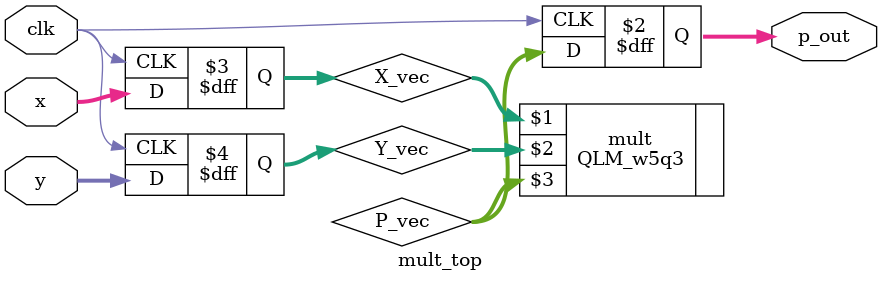
<source format=v>


module mult_top(
    // Clock and reset
    input clk,
    // Input X has a form x_i%d where %d denotes the bit number
    input  [15:0] x,
    // Input Y has a form y_i%d where %d denotes the bit number
    input  [15:0] y,
    // Output P has a form p_out%d where %d denotes the bit number
    output reg [31:0] p_out
    );

    
    // Now we have X_vec and Y_vec signal 
    // Then we do processing with these signals and store the 
    // intermidiate result in P_vec
    // For example purposes X_vec and Y_vec are concanated and stored in P_vec
    wire [31:0] P_vec;
    reg [15:0] X_vec;
    reg [15:0] Y_vec;
    
    QLM_w5q3 mult(X_vec,Y_vec,P_vec); 

 
    always @(posedge clk) 
    begin
        p_out = P_vec;
        X_vec = x;
        Y_vec = y;
    end

endmodule 


</source>
